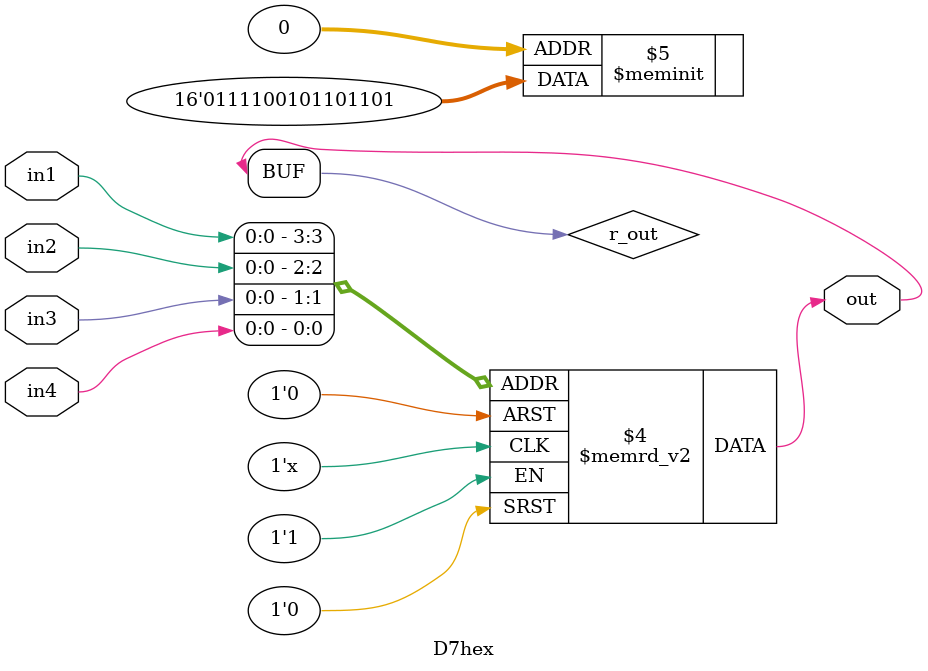
<source format=v>
module D7hex(output out, input in1, in2, in3, in4);
  reg r_out;
  assign out = r_out;
  always@(in1, in2, in3, in4)
    begin
      case({in1, in2, in3, in4})
        4'b0000: out = 1'b1;
        4'b0001: out = 1'b0;
        4'b0010: out = 1'b1;
        4'b0011: out = 1'b1;
        4'b0100: out = 1'b0;
        4'b0101: out = 1'b1;
        4'b0110: out = 1'b1;
        4'b0111: out = 1'b0;
	4'b1000: out = 1'b1;
        4'b1001: out = 1'b0;
        4'b1010: out = 1'b0;
        4'b1011: out = 1'b1;
        4'b1100: out = 1'b1;
        4'b1101: out = 1'b1;
        4'b1110: out = 1'b1;
        4'b1111: out = 1'b0;
	
        default: out = 1'b0;
      endcase
    end
endmodule

</source>
